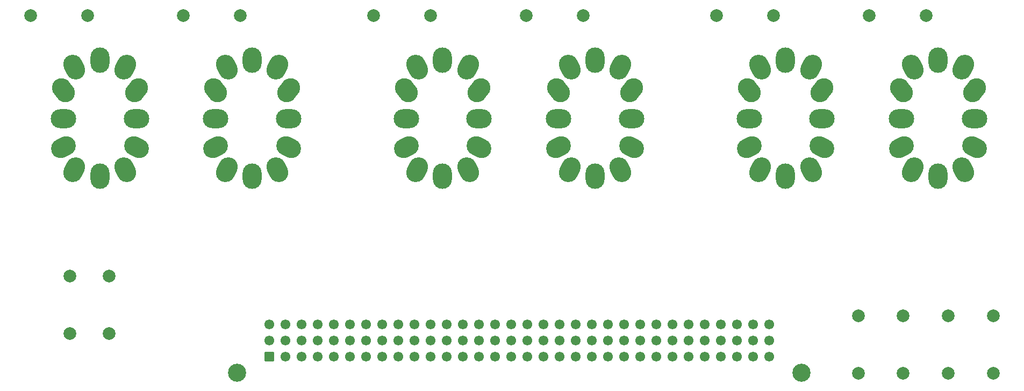
<source format=gbr>
%TF.GenerationSoftware,KiCad,Pcbnew,8.0.8*%
%TF.CreationDate,2025-04-22T21:40:42-07:00*%
%TF.ProjectId,display,64697370-6c61-4792-9e6b-696361645f70,rev?*%
%TF.SameCoordinates,Original*%
%TF.FileFunction,Soldermask,Top*%
%TF.FilePolarity,Negative*%
%FSLAX46Y46*%
G04 Gerber Fmt 4.6, Leading zero omitted, Abs format (unit mm)*
G04 Created by KiCad (PCBNEW 8.0.8) date 2025-04-22 21:40:42*
%MOMM*%
%LPD*%
G01*
G04 APERTURE LIST*
G04 Aperture macros list*
%AMRoundRect*
0 Rectangle with rounded corners*
0 $1 Rounding radius*
0 $2 $3 $4 $5 $6 $7 $8 $9 X,Y pos of 4 corners*
0 Add a 4 corners polygon primitive as box body*
4,1,4,$2,$3,$4,$5,$6,$7,$8,$9,$2,$3,0*
0 Add four circle primitives for the rounded corners*
1,1,$1+$1,$2,$3*
1,1,$1+$1,$4,$5*
1,1,$1+$1,$6,$7*
1,1,$1+$1,$8,$9*
0 Add four rect primitives between the rounded corners*
20,1,$1+$1,$2,$3,$4,$5,0*
20,1,$1+$1,$4,$5,$6,$7,0*
20,1,$1+$1,$6,$7,$8,$9,0*
20,1,$1+$1,$8,$9,$2,$3,0*%
%AMHorizOval*
0 Thick line with rounded ends*
0 $1 width*
0 $2 $3 position (X,Y) of the first rounded end (center of the circle)*
0 $4 $5 position (X,Y) of the second rounded end (center of the circle)*
0 Add line between two ends*
20,1,$1,$2,$3,$4,$5,0*
0 Add two circle primitives to create the rounded ends*
1,1,$1,$2,$3*
1,1,$1,$4,$5*%
G04 Aperture macros list end*
%ADD10HorizOval,3.000000X-0.223880X0.447077X0.223880X-0.447077X0*%
%ADD11HorizOval,3.000000X-0.447077X0.223880X0.447077X-0.223880X0*%
%ADD12O,4.000000X3.000000*%
%ADD13HorizOval,3.000000X-0.307831X-0.394005X0.307831X0.394005X0*%
%ADD14HorizOval,3.000000X-0.223880X-0.447077X0.223880X0.447077X0*%
%ADD15O,3.000000X4.000000*%
%ADD16HorizOval,3.000000X-0.223880X0.447077X0.223880X-0.447077X0*%
%ADD17HorizOval,3.000000X-0.307831X0.394005X0.307831X-0.394005X0*%
%ADD18HorizOval,3.000000X0.447077X0.223880X-0.447077X-0.223880X0*%
%ADD19HorizOval,3.000000X0.223880X0.447077X-0.223880X-0.447077X0*%
%ADD20C,2.000000*%
%ADD21C,2.850000*%
%ADD22RoundRect,0.249999X-0.525001X-0.525001X0.525001X-0.525001X0.525001X0.525001X-0.525001X0.525001X0*%
%ADD23C,1.550000*%
G04 APERTURE END LIST*
D10*
%TO.C,N3*%
X144303700Y-92450000D03*
D11*
X146053700Y-88950000D03*
D12*
X146053700Y-84450000D03*
D13*
X146053700Y-79950000D03*
D14*
X144303700Y-76325000D03*
D15*
X140303700Y-75200000D03*
D16*
X136303700Y-76325000D03*
D17*
X134553700Y-79950000D03*
D12*
X134553700Y-84450000D03*
D18*
X134553700Y-88950000D03*
D19*
X136303700Y-92450000D03*
D15*
X140303700Y-93450000D03*
%TD*%
D20*
%TO.C,R2*%
X108424000Y-68170000D03*
X99424000Y-68170000D03*
%TD*%
%TO.C,R1*%
X84424000Y-68190000D03*
X75424000Y-68190000D03*
%TD*%
%TO.C,R3*%
X138433700Y-68170000D03*
X129433700Y-68170000D03*
%TD*%
%TO.C,R11*%
X219946666Y-115530000D03*
X219946666Y-124530000D03*
%TD*%
%TO.C,R4*%
X162446800Y-68170000D03*
X153446800Y-68170000D03*
%TD*%
%TO.C,R5*%
X192456900Y-68170000D03*
X183456900Y-68170000D03*
%TD*%
%TO.C,R7*%
X81560000Y-109270000D03*
X81560000Y-118270000D03*
%TD*%
D10*
%TO.C,N4*%
X168316800Y-92450000D03*
D11*
X170066800Y-88950000D03*
D12*
X170066800Y-84450000D03*
D13*
X170066800Y-79950000D03*
D14*
X168316800Y-76325000D03*
D15*
X164316800Y-75200000D03*
D16*
X160316800Y-76325000D03*
D17*
X158566800Y-79950000D03*
D12*
X158566800Y-84450000D03*
D18*
X158566800Y-88950000D03*
D19*
X160316800Y-92450000D03*
D15*
X164316800Y-93450000D03*
%TD*%
D10*
%TO.C,N2*%
X114304000Y-92450000D03*
D11*
X116054000Y-88950000D03*
D12*
X116054000Y-84450000D03*
D13*
X116054000Y-79950000D03*
D14*
X114304000Y-76325000D03*
D15*
X110304000Y-75200000D03*
D16*
X106304000Y-76325000D03*
D17*
X104554000Y-79950000D03*
D12*
X104554000Y-84450000D03*
D18*
X104554000Y-88950000D03*
D19*
X106304000Y-92450000D03*
D15*
X110304000Y-93450000D03*
%TD*%
D10*
%TO.C,N5*%
X198316900Y-92450000D03*
D11*
X200066900Y-88950000D03*
D12*
X200066900Y-84450000D03*
D13*
X200066900Y-79950000D03*
D14*
X198316900Y-76325000D03*
D15*
X194316900Y-75200000D03*
D16*
X190316900Y-76325000D03*
D17*
X188566900Y-79950000D03*
D12*
X188566900Y-84450000D03*
D18*
X188566900Y-88950000D03*
D19*
X190316900Y-92450000D03*
D15*
X194316900Y-93450000D03*
%TD*%
D20*
%TO.C,R6*%
X216450000Y-68160000D03*
X207450000Y-68160000D03*
%TD*%
D10*
%TO.C,N1*%
X90296452Y-92450000D03*
D11*
X92046452Y-88950000D03*
D12*
X92046452Y-84450000D03*
D13*
X92046452Y-79950000D03*
D14*
X90296452Y-76325000D03*
D15*
X86296452Y-75200000D03*
D16*
X82296452Y-76325000D03*
D17*
X80546452Y-79950000D03*
D12*
X80546452Y-84450000D03*
D18*
X80546452Y-88950000D03*
D19*
X82296452Y-92450000D03*
D15*
X86296452Y-93450000D03*
%TD*%
D20*
%TO.C,R8*%
X87780000Y-109270000D03*
X87780000Y-118270000D03*
%TD*%
%TO.C,R10*%
X212863333Y-115530000D03*
X212863333Y-124530000D03*
%TD*%
%TO.C,R9*%
X205780000Y-115530000D03*
X205780000Y-124530000D03*
%TD*%
D10*
%TO.C,N6*%
X222330000Y-92450000D03*
D11*
X224080000Y-88950000D03*
D12*
X224080000Y-84450000D03*
D13*
X224080000Y-79950000D03*
D14*
X222330000Y-76325000D03*
D15*
X218330000Y-75200000D03*
D16*
X214330000Y-76325000D03*
D17*
X212580000Y-79950000D03*
D12*
X212580000Y-84450000D03*
D18*
X212580000Y-88950000D03*
D19*
X214330000Y-92450000D03*
D15*
X218330000Y-93450000D03*
%TD*%
D20*
%TO.C,R12*%
X227030000Y-115530000D03*
X227030000Y-124530000D03*
%TD*%
D21*
%TO.C,J1*%
X107900000Y-124460000D03*
X196800000Y-124460000D03*
D22*
X112980000Y-121920000D03*
D23*
X115520000Y-121920000D03*
X118060000Y-121920000D03*
X120600000Y-121920000D03*
X123140000Y-121920000D03*
X125680000Y-121920000D03*
X128220000Y-121920000D03*
X130760000Y-121920000D03*
X133300000Y-121920000D03*
X135840000Y-121920000D03*
X138380000Y-121920000D03*
X140920000Y-121920000D03*
X143460000Y-121920000D03*
X146000000Y-121920000D03*
X148540000Y-121920000D03*
X151080000Y-121920000D03*
X153620000Y-121920000D03*
X156160000Y-121920000D03*
X158700000Y-121920000D03*
X161240000Y-121920000D03*
X163780000Y-121920000D03*
X166320000Y-121920000D03*
X168860000Y-121920000D03*
X171400000Y-121920000D03*
X173940000Y-121920000D03*
X176480000Y-121920000D03*
X179020000Y-121920000D03*
X181560000Y-121920000D03*
X184100000Y-121920000D03*
X186640000Y-121920000D03*
X189180000Y-121920000D03*
X191720000Y-121920000D03*
X112980000Y-119380000D03*
X115520000Y-119380000D03*
X118060000Y-119380000D03*
X120600000Y-119380000D03*
X123140000Y-119380000D03*
X125680000Y-119380000D03*
X128220000Y-119380000D03*
X130760000Y-119380000D03*
X133300000Y-119380000D03*
X135840000Y-119380000D03*
X138380000Y-119380000D03*
X140920000Y-119380000D03*
X143460000Y-119380000D03*
X146000000Y-119380000D03*
X148540000Y-119380000D03*
X151080000Y-119380000D03*
X153620000Y-119380000D03*
X156160000Y-119380000D03*
X158700000Y-119380000D03*
X161240000Y-119380000D03*
X163780000Y-119380000D03*
X166320000Y-119380000D03*
X168860000Y-119380000D03*
X171400000Y-119380000D03*
X173940000Y-119380000D03*
X176480000Y-119380000D03*
X179020000Y-119380000D03*
X181560000Y-119380000D03*
X184100000Y-119380000D03*
X186640000Y-119380000D03*
X189180000Y-119380000D03*
X191720000Y-119380000D03*
X112980000Y-116840000D03*
X115520000Y-116840000D03*
X118060000Y-116840000D03*
X120600000Y-116840000D03*
X123140000Y-116840000D03*
X125680000Y-116840000D03*
X128220000Y-116840000D03*
X130760000Y-116840000D03*
X133300000Y-116840000D03*
X135840000Y-116840000D03*
X138380000Y-116840000D03*
X140920000Y-116840000D03*
X143460000Y-116840000D03*
X146000000Y-116840000D03*
X148540000Y-116840000D03*
X151080000Y-116840000D03*
X153620000Y-116840000D03*
X156160000Y-116840000D03*
X158700000Y-116840000D03*
X161240000Y-116840000D03*
X163780000Y-116840000D03*
X166320000Y-116840000D03*
X168860000Y-116840000D03*
X171400000Y-116840000D03*
X173940000Y-116840000D03*
X176480000Y-116840000D03*
X179020000Y-116840000D03*
X181560000Y-116840000D03*
X184100000Y-116840000D03*
X186640000Y-116840000D03*
X189180000Y-116840000D03*
X191720000Y-116840000D03*
%TD*%
M02*

</source>
